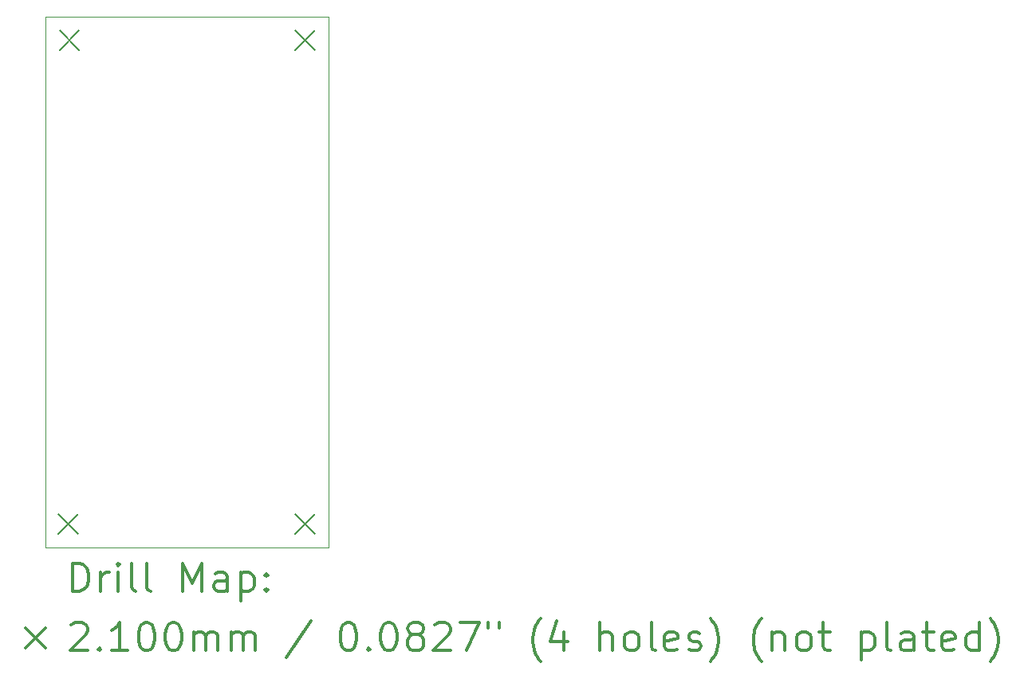
<source format=gbr>
%FSLAX45Y45*%
G04 Gerber Fmt 4.5, Leading zero omitted, Abs format (unit mm)*
G04 Created by KiCad (PCBNEW (5.1.12)-1) date 2022-08-18 12:28:16*
%MOMM*%
%LPD*%
G01*
G04 APERTURE LIST*
%TA.AperFunction,Profile*%
%ADD10C,0.050000*%
%TD*%
%ADD11C,0.200000*%
%ADD12C,0.300000*%
G04 APERTURE END LIST*
D10*
X11450000Y-4150000D02*
X14450000Y-4150000D01*
X11450000Y-9790000D02*
X11450000Y-4150000D01*
X14450000Y-9790000D02*
X14450000Y-4150000D01*
X11450000Y-9790000D02*
X14450000Y-9790000D01*
D11*
X11585000Y-9435000D02*
X11795000Y-9645000D01*
X11795000Y-9435000D02*
X11585000Y-9645000D01*
X11595000Y-4295000D02*
X11805000Y-4505000D01*
X11805000Y-4295000D02*
X11595000Y-4505000D01*
X14095000Y-4295000D02*
X14305000Y-4505000D01*
X14305000Y-4295000D02*
X14095000Y-4505000D01*
X14095000Y-9435000D02*
X14305000Y-9645000D01*
X14305000Y-9435000D02*
X14095000Y-9645000D01*
D12*
X11733928Y-10258214D02*
X11733928Y-9958214D01*
X11805357Y-9958214D01*
X11848214Y-9972500D01*
X11876786Y-10001072D01*
X11891071Y-10029643D01*
X11905357Y-10086786D01*
X11905357Y-10129643D01*
X11891071Y-10186786D01*
X11876786Y-10215357D01*
X11848214Y-10243929D01*
X11805357Y-10258214D01*
X11733928Y-10258214D01*
X12033928Y-10258214D02*
X12033928Y-10058214D01*
X12033928Y-10115357D02*
X12048214Y-10086786D01*
X12062500Y-10072500D01*
X12091071Y-10058214D01*
X12119643Y-10058214D01*
X12219643Y-10258214D02*
X12219643Y-10058214D01*
X12219643Y-9958214D02*
X12205357Y-9972500D01*
X12219643Y-9986786D01*
X12233928Y-9972500D01*
X12219643Y-9958214D01*
X12219643Y-9986786D01*
X12405357Y-10258214D02*
X12376786Y-10243929D01*
X12362500Y-10215357D01*
X12362500Y-9958214D01*
X12562500Y-10258214D02*
X12533928Y-10243929D01*
X12519643Y-10215357D01*
X12519643Y-9958214D01*
X12905357Y-10258214D02*
X12905357Y-9958214D01*
X13005357Y-10172500D01*
X13105357Y-9958214D01*
X13105357Y-10258214D01*
X13376786Y-10258214D02*
X13376786Y-10101072D01*
X13362500Y-10072500D01*
X13333928Y-10058214D01*
X13276786Y-10058214D01*
X13248214Y-10072500D01*
X13376786Y-10243929D02*
X13348214Y-10258214D01*
X13276786Y-10258214D01*
X13248214Y-10243929D01*
X13233928Y-10215357D01*
X13233928Y-10186786D01*
X13248214Y-10158214D01*
X13276786Y-10143929D01*
X13348214Y-10143929D01*
X13376786Y-10129643D01*
X13519643Y-10058214D02*
X13519643Y-10358214D01*
X13519643Y-10072500D02*
X13548214Y-10058214D01*
X13605357Y-10058214D01*
X13633928Y-10072500D01*
X13648214Y-10086786D01*
X13662500Y-10115357D01*
X13662500Y-10201072D01*
X13648214Y-10229643D01*
X13633928Y-10243929D01*
X13605357Y-10258214D01*
X13548214Y-10258214D01*
X13519643Y-10243929D01*
X13791071Y-10229643D02*
X13805357Y-10243929D01*
X13791071Y-10258214D01*
X13776786Y-10243929D01*
X13791071Y-10229643D01*
X13791071Y-10258214D01*
X13791071Y-10072500D02*
X13805357Y-10086786D01*
X13791071Y-10101072D01*
X13776786Y-10086786D01*
X13791071Y-10072500D01*
X13791071Y-10101072D01*
X11237500Y-10647500D02*
X11447500Y-10857500D01*
X11447500Y-10647500D02*
X11237500Y-10857500D01*
X11719643Y-10616786D02*
X11733928Y-10602500D01*
X11762500Y-10588214D01*
X11833928Y-10588214D01*
X11862500Y-10602500D01*
X11876786Y-10616786D01*
X11891071Y-10645357D01*
X11891071Y-10673929D01*
X11876786Y-10716786D01*
X11705357Y-10888214D01*
X11891071Y-10888214D01*
X12019643Y-10859643D02*
X12033928Y-10873929D01*
X12019643Y-10888214D01*
X12005357Y-10873929D01*
X12019643Y-10859643D01*
X12019643Y-10888214D01*
X12319643Y-10888214D02*
X12148214Y-10888214D01*
X12233928Y-10888214D02*
X12233928Y-10588214D01*
X12205357Y-10631072D01*
X12176786Y-10659643D01*
X12148214Y-10673929D01*
X12505357Y-10588214D02*
X12533928Y-10588214D01*
X12562500Y-10602500D01*
X12576786Y-10616786D01*
X12591071Y-10645357D01*
X12605357Y-10702500D01*
X12605357Y-10773929D01*
X12591071Y-10831072D01*
X12576786Y-10859643D01*
X12562500Y-10873929D01*
X12533928Y-10888214D01*
X12505357Y-10888214D01*
X12476786Y-10873929D01*
X12462500Y-10859643D01*
X12448214Y-10831072D01*
X12433928Y-10773929D01*
X12433928Y-10702500D01*
X12448214Y-10645357D01*
X12462500Y-10616786D01*
X12476786Y-10602500D01*
X12505357Y-10588214D01*
X12791071Y-10588214D02*
X12819643Y-10588214D01*
X12848214Y-10602500D01*
X12862500Y-10616786D01*
X12876786Y-10645357D01*
X12891071Y-10702500D01*
X12891071Y-10773929D01*
X12876786Y-10831072D01*
X12862500Y-10859643D01*
X12848214Y-10873929D01*
X12819643Y-10888214D01*
X12791071Y-10888214D01*
X12762500Y-10873929D01*
X12748214Y-10859643D01*
X12733928Y-10831072D01*
X12719643Y-10773929D01*
X12719643Y-10702500D01*
X12733928Y-10645357D01*
X12748214Y-10616786D01*
X12762500Y-10602500D01*
X12791071Y-10588214D01*
X13019643Y-10888214D02*
X13019643Y-10688214D01*
X13019643Y-10716786D02*
X13033928Y-10702500D01*
X13062500Y-10688214D01*
X13105357Y-10688214D01*
X13133928Y-10702500D01*
X13148214Y-10731072D01*
X13148214Y-10888214D01*
X13148214Y-10731072D02*
X13162500Y-10702500D01*
X13191071Y-10688214D01*
X13233928Y-10688214D01*
X13262500Y-10702500D01*
X13276786Y-10731072D01*
X13276786Y-10888214D01*
X13419643Y-10888214D02*
X13419643Y-10688214D01*
X13419643Y-10716786D02*
X13433928Y-10702500D01*
X13462500Y-10688214D01*
X13505357Y-10688214D01*
X13533928Y-10702500D01*
X13548214Y-10731072D01*
X13548214Y-10888214D01*
X13548214Y-10731072D02*
X13562500Y-10702500D01*
X13591071Y-10688214D01*
X13633928Y-10688214D01*
X13662500Y-10702500D01*
X13676786Y-10731072D01*
X13676786Y-10888214D01*
X14262500Y-10573929D02*
X14005357Y-10959643D01*
X14648214Y-10588214D02*
X14676786Y-10588214D01*
X14705357Y-10602500D01*
X14719643Y-10616786D01*
X14733928Y-10645357D01*
X14748214Y-10702500D01*
X14748214Y-10773929D01*
X14733928Y-10831072D01*
X14719643Y-10859643D01*
X14705357Y-10873929D01*
X14676786Y-10888214D01*
X14648214Y-10888214D01*
X14619643Y-10873929D01*
X14605357Y-10859643D01*
X14591071Y-10831072D01*
X14576786Y-10773929D01*
X14576786Y-10702500D01*
X14591071Y-10645357D01*
X14605357Y-10616786D01*
X14619643Y-10602500D01*
X14648214Y-10588214D01*
X14876786Y-10859643D02*
X14891071Y-10873929D01*
X14876786Y-10888214D01*
X14862500Y-10873929D01*
X14876786Y-10859643D01*
X14876786Y-10888214D01*
X15076786Y-10588214D02*
X15105357Y-10588214D01*
X15133928Y-10602500D01*
X15148214Y-10616786D01*
X15162500Y-10645357D01*
X15176786Y-10702500D01*
X15176786Y-10773929D01*
X15162500Y-10831072D01*
X15148214Y-10859643D01*
X15133928Y-10873929D01*
X15105357Y-10888214D01*
X15076786Y-10888214D01*
X15048214Y-10873929D01*
X15033928Y-10859643D01*
X15019643Y-10831072D01*
X15005357Y-10773929D01*
X15005357Y-10702500D01*
X15019643Y-10645357D01*
X15033928Y-10616786D01*
X15048214Y-10602500D01*
X15076786Y-10588214D01*
X15348214Y-10716786D02*
X15319643Y-10702500D01*
X15305357Y-10688214D01*
X15291071Y-10659643D01*
X15291071Y-10645357D01*
X15305357Y-10616786D01*
X15319643Y-10602500D01*
X15348214Y-10588214D01*
X15405357Y-10588214D01*
X15433928Y-10602500D01*
X15448214Y-10616786D01*
X15462500Y-10645357D01*
X15462500Y-10659643D01*
X15448214Y-10688214D01*
X15433928Y-10702500D01*
X15405357Y-10716786D01*
X15348214Y-10716786D01*
X15319643Y-10731072D01*
X15305357Y-10745357D01*
X15291071Y-10773929D01*
X15291071Y-10831072D01*
X15305357Y-10859643D01*
X15319643Y-10873929D01*
X15348214Y-10888214D01*
X15405357Y-10888214D01*
X15433928Y-10873929D01*
X15448214Y-10859643D01*
X15462500Y-10831072D01*
X15462500Y-10773929D01*
X15448214Y-10745357D01*
X15433928Y-10731072D01*
X15405357Y-10716786D01*
X15576786Y-10616786D02*
X15591071Y-10602500D01*
X15619643Y-10588214D01*
X15691071Y-10588214D01*
X15719643Y-10602500D01*
X15733928Y-10616786D01*
X15748214Y-10645357D01*
X15748214Y-10673929D01*
X15733928Y-10716786D01*
X15562500Y-10888214D01*
X15748214Y-10888214D01*
X15848214Y-10588214D02*
X16048214Y-10588214D01*
X15919643Y-10888214D01*
X16148214Y-10588214D02*
X16148214Y-10645357D01*
X16262500Y-10588214D02*
X16262500Y-10645357D01*
X16705357Y-11002500D02*
X16691071Y-10988214D01*
X16662500Y-10945357D01*
X16648214Y-10916786D01*
X16633928Y-10873929D01*
X16619643Y-10802500D01*
X16619643Y-10745357D01*
X16633928Y-10673929D01*
X16648214Y-10631072D01*
X16662500Y-10602500D01*
X16691071Y-10559643D01*
X16705357Y-10545357D01*
X16948214Y-10688214D02*
X16948214Y-10888214D01*
X16876786Y-10573929D02*
X16805357Y-10788214D01*
X16991071Y-10788214D01*
X17333928Y-10888214D02*
X17333928Y-10588214D01*
X17462500Y-10888214D02*
X17462500Y-10731072D01*
X17448214Y-10702500D01*
X17419643Y-10688214D01*
X17376786Y-10688214D01*
X17348214Y-10702500D01*
X17333928Y-10716786D01*
X17648214Y-10888214D02*
X17619643Y-10873929D01*
X17605357Y-10859643D01*
X17591071Y-10831072D01*
X17591071Y-10745357D01*
X17605357Y-10716786D01*
X17619643Y-10702500D01*
X17648214Y-10688214D01*
X17691071Y-10688214D01*
X17719643Y-10702500D01*
X17733928Y-10716786D01*
X17748214Y-10745357D01*
X17748214Y-10831072D01*
X17733928Y-10859643D01*
X17719643Y-10873929D01*
X17691071Y-10888214D01*
X17648214Y-10888214D01*
X17919643Y-10888214D02*
X17891071Y-10873929D01*
X17876786Y-10845357D01*
X17876786Y-10588214D01*
X18148214Y-10873929D02*
X18119643Y-10888214D01*
X18062500Y-10888214D01*
X18033928Y-10873929D01*
X18019643Y-10845357D01*
X18019643Y-10731072D01*
X18033928Y-10702500D01*
X18062500Y-10688214D01*
X18119643Y-10688214D01*
X18148214Y-10702500D01*
X18162500Y-10731072D01*
X18162500Y-10759643D01*
X18019643Y-10788214D01*
X18276786Y-10873929D02*
X18305357Y-10888214D01*
X18362500Y-10888214D01*
X18391071Y-10873929D01*
X18405357Y-10845357D01*
X18405357Y-10831072D01*
X18391071Y-10802500D01*
X18362500Y-10788214D01*
X18319643Y-10788214D01*
X18291071Y-10773929D01*
X18276786Y-10745357D01*
X18276786Y-10731072D01*
X18291071Y-10702500D01*
X18319643Y-10688214D01*
X18362500Y-10688214D01*
X18391071Y-10702500D01*
X18505357Y-11002500D02*
X18519643Y-10988214D01*
X18548214Y-10945357D01*
X18562500Y-10916786D01*
X18576786Y-10873929D01*
X18591071Y-10802500D01*
X18591071Y-10745357D01*
X18576786Y-10673929D01*
X18562500Y-10631072D01*
X18548214Y-10602500D01*
X18519643Y-10559643D01*
X18505357Y-10545357D01*
X19048214Y-11002500D02*
X19033928Y-10988214D01*
X19005357Y-10945357D01*
X18991071Y-10916786D01*
X18976786Y-10873929D01*
X18962500Y-10802500D01*
X18962500Y-10745357D01*
X18976786Y-10673929D01*
X18991071Y-10631072D01*
X19005357Y-10602500D01*
X19033928Y-10559643D01*
X19048214Y-10545357D01*
X19162500Y-10688214D02*
X19162500Y-10888214D01*
X19162500Y-10716786D02*
X19176786Y-10702500D01*
X19205357Y-10688214D01*
X19248214Y-10688214D01*
X19276786Y-10702500D01*
X19291071Y-10731072D01*
X19291071Y-10888214D01*
X19476786Y-10888214D02*
X19448214Y-10873929D01*
X19433928Y-10859643D01*
X19419643Y-10831072D01*
X19419643Y-10745357D01*
X19433928Y-10716786D01*
X19448214Y-10702500D01*
X19476786Y-10688214D01*
X19519643Y-10688214D01*
X19548214Y-10702500D01*
X19562500Y-10716786D01*
X19576786Y-10745357D01*
X19576786Y-10831072D01*
X19562500Y-10859643D01*
X19548214Y-10873929D01*
X19519643Y-10888214D01*
X19476786Y-10888214D01*
X19662500Y-10688214D02*
X19776786Y-10688214D01*
X19705357Y-10588214D02*
X19705357Y-10845357D01*
X19719643Y-10873929D01*
X19748214Y-10888214D01*
X19776786Y-10888214D01*
X20105357Y-10688214D02*
X20105357Y-10988214D01*
X20105357Y-10702500D02*
X20133928Y-10688214D01*
X20191071Y-10688214D01*
X20219643Y-10702500D01*
X20233928Y-10716786D01*
X20248214Y-10745357D01*
X20248214Y-10831072D01*
X20233928Y-10859643D01*
X20219643Y-10873929D01*
X20191071Y-10888214D01*
X20133928Y-10888214D01*
X20105357Y-10873929D01*
X20419643Y-10888214D02*
X20391071Y-10873929D01*
X20376786Y-10845357D01*
X20376786Y-10588214D01*
X20662500Y-10888214D02*
X20662500Y-10731072D01*
X20648214Y-10702500D01*
X20619643Y-10688214D01*
X20562500Y-10688214D01*
X20533928Y-10702500D01*
X20662500Y-10873929D02*
X20633928Y-10888214D01*
X20562500Y-10888214D01*
X20533928Y-10873929D01*
X20519643Y-10845357D01*
X20519643Y-10816786D01*
X20533928Y-10788214D01*
X20562500Y-10773929D01*
X20633928Y-10773929D01*
X20662500Y-10759643D01*
X20762500Y-10688214D02*
X20876786Y-10688214D01*
X20805357Y-10588214D02*
X20805357Y-10845357D01*
X20819643Y-10873929D01*
X20848214Y-10888214D01*
X20876786Y-10888214D01*
X21091071Y-10873929D02*
X21062500Y-10888214D01*
X21005357Y-10888214D01*
X20976786Y-10873929D01*
X20962500Y-10845357D01*
X20962500Y-10731072D01*
X20976786Y-10702500D01*
X21005357Y-10688214D01*
X21062500Y-10688214D01*
X21091071Y-10702500D01*
X21105357Y-10731072D01*
X21105357Y-10759643D01*
X20962500Y-10788214D01*
X21362500Y-10888214D02*
X21362500Y-10588214D01*
X21362500Y-10873929D02*
X21333928Y-10888214D01*
X21276786Y-10888214D01*
X21248214Y-10873929D01*
X21233928Y-10859643D01*
X21219643Y-10831072D01*
X21219643Y-10745357D01*
X21233928Y-10716786D01*
X21248214Y-10702500D01*
X21276786Y-10688214D01*
X21333928Y-10688214D01*
X21362500Y-10702500D01*
X21476786Y-11002500D02*
X21491071Y-10988214D01*
X21519643Y-10945357D01*
X21533928Y-10916786D01*
X21548214Y-10873929D01*
X21562500Y-10802500D01*
X21562500Y-10745357D01*
X21548214Y-10673929D01*
X21533928Y-10631072D01*
X21519643Y-10602500D01*
X21491071Y-10559643D01*
X21476786Y-10545357D01*
M02*

</source>
